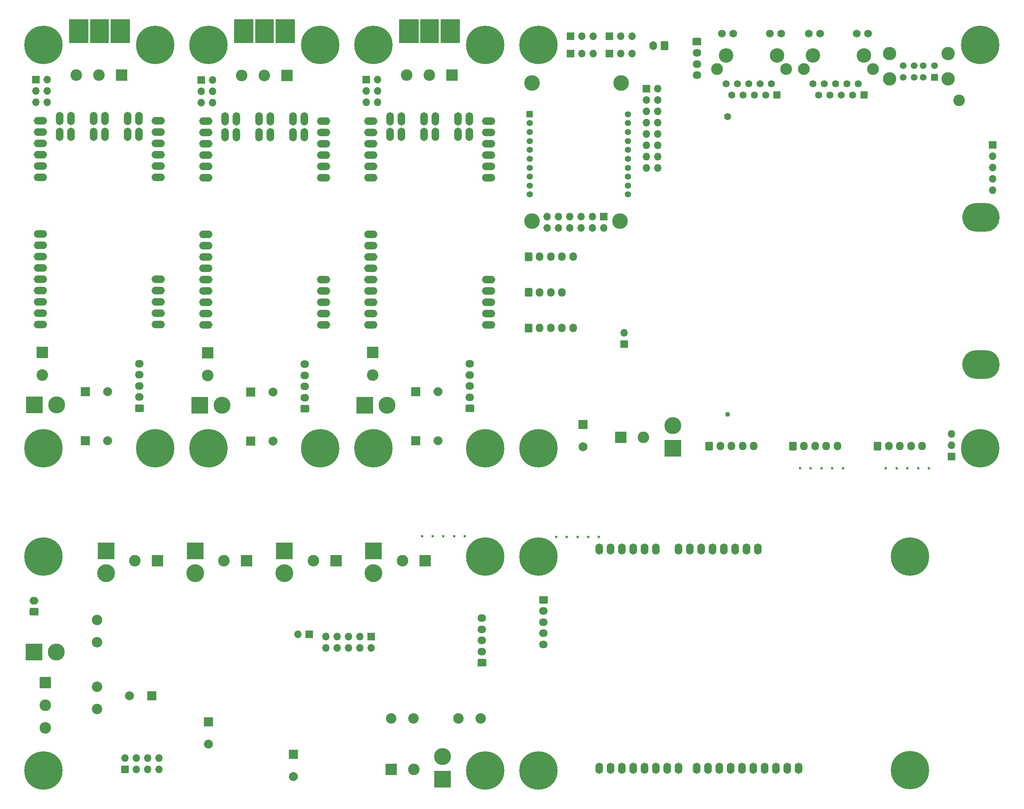
<source format=gbs>
G04 #@! TF.GenerationSoftware,KiCad,Pcbnew,8.0.8+1*
G04 #@! TF.CreationDate,2025-06-19T10:37:59+00:00*
G04 #@! TF.ProjectId,hw-openmower-universal,68772d6f-7065-46e6-9d6f-7765722d756e,rev?*
G04 #@! TF.SameCoordinates,Original*
G04 #@! TF.FileFunction,Soldermask,Bot*
G04 #@! TF.FilePolarity,Negative*
%FSLAX46Y46*%
G04 Gerber Fmt 4.6, Leading zero omitted, Abs format (unit mm)*
G04 Created by KiCad (PCBNEW 8.0.8+1) date 2025-06-19 10:37:59*
%MOMM*%
%LPD*%
G01*
G04 APERTURE LIST*
%ADD10C,0.100000*%
%ADD11R,1.700000X1.700000*%
%ADD12O,1.700000X1.700000*%
%ADD13C,0.600000*%
%ADD14C,0.900000*%
%ADD15C,8.600000*%
%ADD16R,2.000000X2.000000*%
%ADD17C,2.000000*%
%ADD18O,1.700000X2.000000*%
%ADD19R,2.600000X2.600000*%
%ADD20C,2.600000*%
%ADD21O,1.950000X1.700000*%
%ADD22O,1.700000X1.950000*%
%ADD23C,1.412000*%
%ADD24R,3.800000X3.800000*%
%ADD25C,4.000000*%
%ADD26O,1.727200X2.500000*%
%ADD27C,3.800000*%
%ADD28R,1.500000X1.500000*%
%ADD29C,1.500000*%
%ADD30C,3.000000*%
%ADD31O,3.000000X1.700000*%
%ADD32O,1.700000X3.000000*%
%ADD33C,3.250000*%
%ADD34C,1.602000*%
%ADD35C,1.734000*%
%ADD36C,2.649000*%
%ADD37C,2.350000*%
%ADD38C,3.500000*%
%ADD39C,1.600000*%
%ADD40C,1.100000*%
%ADD41O,8.400000X6.400000*%
%ADD42O,2.000000X1.700000*%
G04 APERTURE END LIST*
D10*
X60500000Y-19250000D02*
X64500000Y-19250000D01*
X64500000Y-24500000D01*
X60500000Y-24500000D01*
X60500000Y-19250000D01*
G36*
X60500000Y-19250000D02*
G01*
X64500000Y-19250000D01*
X64500000Y-24500000D01*
X60500000Y-24500000D01*
X60500000Y-19250000D01*
G37*
X92750000Y-19250000D02*
X97000000Y-19250000D01*
X97000000Y-24500000D01*
X92750000Y-24500000D01*
X92750000Y-19250000D01*
G36*
X92750000Y-19250000D02*
G01*
X97000000Y-19250000D01*
X97000000Y-24500000D01*
X92750000Y-24500000D01*
X92750000Y-19250000D01*
G37*
X134500000Y-19250000D02*
X138500000Y-19250000D01*
X138500000Y-24500000D01*
X134500000Y-24500000D01*
X134500000Y-19250000D01*
G36*
X134500000Y-19250000D02*
G01*
X138500000Y-19250000D01*
X138500000Y-24500000D01*
X134500000Y-24500000D01*
X134500000Y-19250000D01*
G37*
X65000000Y-19250000D02*
X69250000Y-19250000D01*
X69250000Y-24500000D01*
X65000000Y-24500000D01*
X65000000Y-19250000D01*
G36*
X65000000Y-19250000D02*
G01*
X69250000Y-19250000D01*
X69250000Y-24500000D01*
X65000000Y-24500000D01*
X65000000Y-19250000D01*
G37*
X102000000Y-19250000D02*
X106250000Y-19250000D01*
X106250000Y-24500000D01*
X102000000Y-24500000D01*
X102000000Y-19250000D01*
G36*
X102000000Y-19250000D02*
G01*
X106250000Y-19250000D01*
X106250000Y-24500000D01*
X102000000Y-24500000D01*
X102000000Y-19250000D01*
G37*
X129750000Y-19250000D02*
X134000000Y-19250000D01*
X134000000Y-24500000D01*
X129750000Y-24500000D01*
X129750000Y-19250000D01*
G36*
X129750000Y-19250000D02*
G01*
X134000000Y-19250000D01*
X134000000Y-24500000D01*
X129750000Y-24500000D01*
X129750000Y-19250000D01*
G37*
X55750000Y-19250000D02*
X60000000Y-19250000D01*
X60000000Y-24500000D01*
X55750000Y-24500000D01*
X55750000Y-19250000D01*
G36*
X55750000Y-19250000D02*
G01*
X60000000Y-19250000D01*
X60000000Y-24500000D01*
X55750000Y-24500000D01*
X55750000Y-19250000D01*
G37*
X97500000Y-19250000D02*
X101500000Y-19250000D01*
X101500000Y-24500000D01*
X97500000Y-24500000D01*
X97500000Y-19250000D01*
G36*
X97500000Y-19250000D02*
G01*
X101500000Y-19250000D01*
X101500000Y-24500000D01*
X97500000Y-24500000D01*
X97500000Y-19250000D01*
G37*
X139000000Y-19250000D02*
X143250000Y-19250000D01*
X143250000Y-24500000D01*
X139000000Y-24500000D01*
X139000000Y-19250000D01*
G36*
X139000000Y-19250000D02*
G01*
X143250000Y-19250000D01*
X143250000Y-24500000D01*
X139000000Y-24500000D01*
X139000000Y-19250000D01*
G37*
D11*
X168200000Y-22987000D03*
D12*
X170740000Y-22987000D03*
X173280000Y-22987000D03*
D13*
X238900000Y-120000000D03*
X241300000Y-120000000D03*
X243700000Y-120000000D03*
X246100000Y-120000000D03*
X248500000Y-120000000D03*
D14*
X145775000Y-187800000D03*
X146719581Y-185519581D03*
X146719581Y-190080419D03*
X149000000Y-184575000D03*
D15*
X149000000Y-187800000D03*
D14*
X149000000Y-191025000D03*
X151280419Y-185519581D03*
X151280419Y-190080419D03*
X152225000Y-187800000D03*
D16*
X96462323Y-102850000D03*
D17*
X101462323Y-102850000D03*
D16*
X133467323Y-102795000D03*
D17*
X138467323Y-102795000D03*
G36*
G01*
X190080000Y-24396000D02*
X190080000Y-25896000D01*
G75*
G02*
X189830000Y-26146000I-250000J0D01*
G01*
X188630000Y-26146000D01*
G75*
G02*
X188380000Y-25896000I0J250000D01*
G01*
X188380000Y-24396000D01*
G75*
G02*
X188630000Y-24146000I250000J0D01*
G01*
X189830000Y-24146000D01*
G75*
G02*
X190080000Y-24396000I0J-250000D01*
G01*
G37*
D18*
X186730000Y-25146000D03*
D19*
X123780000Y-94000000D03*
D20*
X123780000Y-99080000D03*
D14*
X157775000Y-115500000D03*
X158719581Y-113219581D03*
X158719581Y-117780419D03*
X161000000Y-112275000D03*
D15*
X161000000Y-115500000D03*
D14*
X161000000Y-118725000D03*
X163280419Y-113219581D03*
X163280419Y-117780419D03*
X164225000Y-115500000D03*
G36*
G01*
X195775000Y-23400000D02*
X197225000Y-23400000D01*
G75*
G02*
X197475000Y-23650000I0J-250000D01*
G01*
X197475000Y-24850000D01*
G75*
G02*
X197225000Y-25100000I-250000J0D01*
G01*
X195775000Y-25100000D01*
G75*
G02*
X195525000Y-24850000I0J250000D01*
G01*
X195525000Y-23650000D01*
G75*
G02*
X195775000Y-23400000I250000J0D01*
G01*
G37*
D21*
X196500000Y-26750000D03*
X196500000Y-29250000D03*
X196500000Y-31750000D03*
D11*
X168200000Y-26924000D03*
D12*
X170740000Y-26924000D03*
X173280000Y-26924000D03*
D11*
X176900000Y-22987000D03*
D12*
X179440000Y-22987000D03*
X181980000Y-22987000D03*
D14*
X46775000Y-25000000D03*
X47719581Y-22719581D03*
X47719581Y-27280419D03*
X50000000Y-21775000D03*
D15*
X50000000Y-25000000D03*
D14*
X50000000Y-28225000D03*
X52280419Y-22719581D03*
X52280419Y-27280419D03*
X53225000Y-25000000D03*
D11*
X85380000Y-32825000D03*
D12*
X87920000Y-32825000D03*
X85380000Y-35365000D03*
X87920000Y-35365000D03*
X85380000Y-37905000D03*
X87920000Y-37905000D03*
D11*
X253619000Y-117348000D03*
D12*
X253619000Y-114808000D03*
X253619000Y-112268000D03*
D11*
X123480000Y-157750000D03*
D12*
X123480000Y-160290000D03*
X120940000Y-157750000D03*
X120940000Y-160290000D03*
X118400000Y-157750000D03*
X118400000Y-160290000D03*
X115860000Y-157750000D03*
X115860000Y-160290000D03*
X113320000Y-157750000D03*
X113320000Y-160290000D03*
D19*
X75545000Y-140695000D03*
D20*
X70465000Y-140695000D03*
G36*
G01*
X157900000Y-89225000D02*
X157900000Y-87775000D01*
G75*
G02*
X158150000Y-87525000I250000J0D01*
G01*
X159350000Y-87525000D01*
G75*
G02*
X159600000Y-87775000I0J-250000D01*
G01*
X159600000Y-89225000D01*
G75*
G02*
X159350000Y-89475000I-250000J0D01*
G01*
X158150000Y-89475000D01*
G75*
G02*
X157900000Y-89225000I0J250000D01*
G01*
G37*
D22*
X161250000Y-88500000D03*
X163750000Y-88500000D03*
X166250000Y-88500000D03*
X168750000Y-88500000D03*
G36*
G01*
X158290100Y-41139800D02*
X158290100Y-39931800D01*
G75*
G02*
X158392100Y-39829800I102000J0D01*
G01*
X159600100Y-39829800D01*
G75*
G02*
X159702100Y-39931800I0J-102000D01*
G01*
X159702100Y-41139800D01*
G75*
G02*
X159600100Y-41241800I-102000J0D01*
G01*
X158392100Y-41241800D01*
G75*
G02*
X158290100Y-41139800I0J102000D01*
G01*
G37*
D23*
X158996100Y-42535800D03*
X158996100Y-44535800D03*
X158996100Y-46535800D03*
X158996100Y-48535800D03*
X158996100Y-50535800D03*
X158996100Y-52535800D03*
X158996100Y-54535800D03*
X158996100Y-56535800D03*
X158996100Y-58535800D03*
X181003400Y-58535800D03*
X181003400Y-56535800D03*
X181003400Y-54535800D03*
X181003400Y-52535800D03*
X181003400Y-50535800D03*
X181003400Y-48535800D03*
X181003400Y-46535800D03*
X181003400Y-44535800D03*
X181003400Y-42535800D03*
X181003400Y-40535800D03*
D14*
X157775000Y-187800000D03*
X158719581Y-185519581D03*
X158719581Y-190080419D03*
X161000000Y-184575000D03*
D15*
X161000000Y-187800000D03*
D14*
X161000000Y-191025000D03*
X163280419Y-185519581D03*
X163280419Y-190080419D03*
X164225000Y-187800000D03*
D24*
X104000000Y-138500000D03*
D25*
X104000000Y-143500000D03*
D26*
X210137500Y-138057500D03*
X202517500Y-138057500D03*
X199977500Y-138057500D03*
X187277500Y-138057500D03*
X184737500Y-138057500D03*
X182197500Y-138057500D03*
X179657500Y-138057500D03*
X177117500Y-138057500D03*
X174577500Y-138057500D03*
X214201500Y-187317500D03*
X174577500Y-187317500D03*
X177117500Y-187317500D03*
X179657500Y-187317500D03*
X182197501Y-187317500D03*
X184737500Y-187317500D03*
X187277500Y-187317500D03*
X189817500Y-187317500D03*
X192357499Y-187317500D03*
X196421499Y-187317500D03*
X198961500Y-187317500D03*
X201501500Y-187317500D03*
X204041500Y-187317500D03*
X206581500Y-187317500D03*
X209121501Y-187317500D03*
X211661500Y-187317500D03*
X197437500Y-138057500D03*
X194897500Y-138057500D03*
X207597500Y-138057500D03*
X205057500Y-138057500D03*
X219281499Y-187317500D03*
X216741500Y-187317500D03*
X192357500Y-138057500D03*
D16*
X170942000Y-110109000D03*
D17*
X170942000Y-115109000D03*
D24*
X47850000Y-161200000D03*
D27*
X52850000Y-161200000D03*
D14*
X83775000Y-115500000D03*
X84719581Y-113219581D03*
X84719581Y-117780419D03*
X87000000Y-112275000D03*
D15*
X87000000Y-115500000D03*
D14*
X87000000Y-118725000D03*
X89280419Y-113219581D03*
X89280419Y-117780419D03*
X90225000Y-115500000D03*
D19*
X95545000Y-140695000D03*
D20*
X90465000Y-140695000D03*
D28*
X249750000Y-32250000D03*
D29*
X247250000Y-32250000D03*
X245250000Y-32250000D03*
X242750000Y-32250000D03*
X249750000Y-29630000D03*
X247250000Y-29630000D03*
X245250000Y-29630000D03*
X242750000Y-29630000D03*
D30*
X252820000Y-32600000D03*
X252820000Y-26920000D03*
X239680000Y-32600000D03*
X239680000Y-26920000D03*
D14*
X83775000Y-25000000D03*
X84719581Y-22719581D03*
X84719581Y-27280419D03*
X87000000Y-21775000D03*
D15*
X87000000Y-25000000D03*
D14*
X87000000Y-28225000D03*
X89280419Y-22719581D03*
X89280419Y-27280419D03*
X90225000Y-25000000D03*
D31*
X123395000Y-85220000D03*
X123395000Y-82680000D03*
X123395000Y-77600000D03*
X123395000Y-75060000D03*
X123395000Y-72520000D03*
X123395000Y-80140000D03*
X123395000Y-49660000D03*
X149795000Y-49660000D03*
X123395000Y-47120000D03*
X149795000Y-47120000D03*
X123395000Y-69980000D03*
X149795000Y-87760000D03*
X149795000Y-85220000D03*
X149795000Y-82680000D03*
X149795000Y-80140000D03*
X123395000Y-87760000D03*
X149795000Y-77600000D03*
X123395000Y-67440000D03*
X123395000Y-44580000D03*
X149795000Y-44580000D03*
X123395000Y-42040000D03*
X149795000Y-42040000D03*
D32*
X142945000Y-45080000D03*
X145485000Y-45080000D03*
X142945000Y-41540000D03*
X145485000Y-41540000D03*
X135325000Y-45080000D03*
X137865000Y-45080000D03*
X135325000Y-41540000D03*
X137865000Y-41540000D03*
D31*
X123395000Y-54740000D03*
X149795000Y-54740000D03*
X123395000Y-52200000D03*
X149795000Y-52200000D03*
D32*
X127705000Y-45080000D03*
X130245000Y-45080000D03*
X127705000Y-41540000D03*
X130245000Y-41540000D03*
D11*
X176900000Y-26924000D03*
D12*
X179440000Y-26924000D03*
X181980000Y-26924000D03*
D14*
X71775000Y-115500000D03*
X72719581Y-113219581D03*
X72719581Y-117780419D03*
X75000000Y-112275000D03*
D15*
X75000000Y-115500000D03*
D14*
X75000000Y-118725000D03*
X77280419Y-113219581D03*
X77280419Y-117780419D03*
X78225000Y-115500000D03*
X108775000Y-25000000D03*
X109719581Y-22719581D03*
X109719581Y-27280419D03*
X112000000Y-21775000D03*
D15*
X112000000Y-25000000D03*
D14*
X112000000Y-28225000D03*
X114280419Y-22719581D03*
X114280419Y-27280419D03*
X115225000Y-25000000D03*
D19*
X104580000Y-31805000D03*
D20*
X99500000Y-31805000D03*
X94420000Y-31805000D03*
D14*
X108775000Y-115500000D03*
X109719581Y-113219581D03*
X109719581Y-117780419D03*
X112000000Y-112275000D03*
D15*
X112000000Y-115500000D03*
D14*
X112000000Y-118725000D03*
X114280419Y-113219581D03*
X114280419Y-117780419D03*
X115225000Y-115500000D03*
X120775000Y-25000000D03*
X121719581Y-22719581D03*
X121719581Y-27280419D03*
X124000000Y-21775000D03*
D15*
X124000000Y-25000000D03*
D14*
X124000000Y-28225000D03*
X126280419Y-22719581D03*
X126280419Y-27280419D03*
X127225000Y-25000000D03*
X145775000Y-139800000D03*
X146719581Y-137519581D03*
X146719581Y-142080419D03*
X149000000Y-136575000D03*
D15*
X149000000Y-139800000D03*
D14*
X149000000Y-143025000D03*
X151280419Y-137519581D03*
X151280419Y-142080419D03*
X152225000Y-139800000D03*
G36*
G01*
X146310000Y-107395000D02*
X144860000Y-107395000D01*
G75*
G02*
X144610000Y-107145000I0J250000D01*
G01*
X144610000Y-105945000D01*
G75*
G02*
X144860000Y-105695000I250000J0D01*
G01*
X146310000Y-105695000D01*
G75*
G02*
X146560000Y-105945000I0J-250000D01*
G01*
X146560000Y-107145000D01*
G75*
G02*
X146310000Y-107395000I-250000J0D01*
G01*
G37*
D21*
X145585000Y-104045000D03*
X145585000Y-101545000D03*
X145585000Y-99045000D03*
X145585000Y-96545000D03*
G36*
G01*
X157900000Y-73225000D02*
X157900000Y-71775000D01*
G75*
G02*
X158150000Y-71525000I250000J0D01*
G01*
X159350000Y-71525000D01*
G75*
G02*
X159600000Y-71775000I0J-250000D01*
G01*
X159600000Y-73225000D01*
G75*
G02*
X159350000Y-73475000I-250000J0D01*
G01*
X158150000Y-73475000D01*
G75*
G02*
X157900000Y-73225000I0J250000D01*
G01*
G37*
D22*
X161250000Y-72500000D03*
X163750000Y-72500000D03*
X166250000Y-72500000D03*
X168750000Y-72500000D03*
D14*
X157775000Y-25000000D03*
X158719581Y-22719581D03*
X158719581Y-27280419D03*
X161000000Y-21775000D03*
D15*
X161000000Y-25000000D03*
D14*
X161000000Y-28225000D03*
X163280419Y-22719581D03*
X163280419Y-27280419D03*
X164225000Y-25000000D03*
G36*
G01*
X72225000Y-107350000D02*
X70775000Y-107350000D01*
G75*
G02*
X70525000Y-107100000I0J250000D01*
G01*
X70525000Y-105900000D01*
G75*
G02*
X70775000Y-105650000I250000J0D01*
G01*
X72225000Y-105650000D01*
G75*
G02*
X72475000Y-105900000I0J-250000D01*
G01*
X72475000Y-107100000D01*
G75*
G02*
X72225000Y-107350000I-250000J0D01*
G01*
G37*
D21*
X71500000Y-104000000D03*
X71500000Y-101500000D03*
X71500000Y-99000000D03*
X71500000Y-96500000D03*
D19*
X127920000Y-187500000D03*
D20*
X133000000Y-187500000D03*
G36*
G01*
X217150000Y-115725000D02*
X217150000Y-114275000D01*
G75*
G02*
X217400000Y-114025000I250000J0D01*
G01*
X218600000Y-114025000D01*
G75*
G02*
X218850000Y-114275000I0J-250000D01*
G01*
X218850000Y-115725000D01*
G75*
G02*
X218600000Y-115975000I-250000J0D01*
G01*
X217400000Y-115975000D01*
G75*
G02*
X217150000Y-115725000I0J250000D01*
G01*
G37*
D22*
X220500000Y-115000000D03*
X223000000Y-115000000D03*
X225500000Y-115000000D03*
X228000000Y-115000000D03*
D24*
X84000000Y-138500000D03*
D25*
X84000000Y-143500000D03*
D19*
X135545000Y-140695000D03*
D20*
X130465000Y-140695000D03*
D24*
X84980000Y-105850000D03*
D27*
X89980000Y-105850000D03*
D24*
X191135000Y-115443000D03*
D27*
X191135000Y-110443000D03*
D13*
X174550000Y-135350000D03*
X172150000Y-135350000D03*
X169750000Y-135350000D03*
X167350000Y-135350000D03*
X164950000Y-135350000D03*
D14*
X241050000Y-187730419D03*
X241994581Y-185450000D03*
X241994581Y-190010838D03*
X244275000Y-184505419D03*
D15*
X244275000Y-187730419D03*
D14*
X244275000Y-190955419D03*
X246555419Y-185450000D03*
X246555419Y-190010838D03*
X247500000Y-187730419D03*
D24*
X47900000Y-105750000D03*
D27*
X52900000Y-105750000D03*
D19*
X50400000Y-168021000D03*
D20*
X50400000Y-173101000D03*
X50400000Y-178181000D03*
G36*
G01*
X198400000Y-115725000D02*
X198400000Y-114275000D01*
G75*
G02*
X198650000Y-114025000I250000J0D01*
G01*
X199850000Y-114025000D01*
G75*
G02*
X200100000Y-114275000I0J-250000D01*
G01*
X200100000Y-115725000D01*
G75*
G02*
X199850000Y-115975000I-250000J0D01*
G01*
X198650000Y-115975000D01*
G75*
G02*
X198400000Y-115725000I0J250000D01*
G01*
G37*
D22*
X201750000Y-115000000D03*
X204250000Y-115000000D03*
X206750000Y-115000000D03*
X209250000Y-115000000D03*
D33*
X222535000Y-27305000D03*
X233965000Y-27305000D03*
G36*
G01*
X233169000Y-36894000D02*
X233169000Y-35496000D01*
G75*
G02*
X233271000Y-35394000I102000J0D01*
G01*
X234669000Y-35394000D01*
G75*
G02*
X234771000Y-35496000I0J-102000D01*
G01*
X234771000Y-36894000D01*
G75*
G02*
X234669000Y-36996000I-102000J0D01*
G01*
X233271000Y-36996000D01*
G75*
G02*
X233169000Y-36894000I0J102000D01*
G01*
G37*
D34*
X232690000Y-33655000D03*
X231430000Y-36195000D03*
X230150000Y-33655000D03*
X228890000Y-36195000D03*
X227610000Y-33655000D03*
X226350000Y-36195000D03*
X225070000Y-33655000D03*
X223810000Y-36195000D03*
X222530000Y-33655000D03*
D35*
X234875000Y-22405000D03*
X232335000Y-22405000D03*
X224165000Y-22405000D03*
X221625000Y-22405000D03*
D36*
X235995000Y-30355000D03*
X220505000Y-30355000D03*
D14*
X256775000Y-25000000D03*
X257719581Y-22719581D03*
X257719581Y-27280419D03*
X260000000Y-21775000D03*
D15*
X260000000Y-25000000D03*
D14*
X260000000Y-28225000D03*
X262280419Y-22719581D03*
X262280419Y-27280419D03*
X263225000Y-25000000D03*
G36*
G01*
X236150000Y-115725000D02*
X236150000Y-114275000D01*
G75*
G02*
X236400000Y-114025000I250000J0D01*
G01*
X237600000Y-114025000D01*
G75*
G02*
X237850000Y-114275000I0J-250000D01*
G01*
X237850000Y-115725000D01*
G75*
G02*
X237600000Y-115975000I-250000J0D01*
G01*
X236400000Y-115975000D01*
G75*
G02*
X236150000Y-115725000I0J250000D01*
G01*
G37*
D22*
X239500000Y-115000000D03*
X242000000Y-115000000D03*
X244500000Y-115000000D03*
X247000000Y-115000000D03*
D16*
X96462323Y-113850000D03*
D17*
X101462323Y-113850000D03*
D14*
X145775000Y-115500000D03*
X146719581Y-113219581D03*
X146719581Y-117780419D03*
X149000000Y-112275000D03*
D15*
X149000000Y-115500000D03*
D14*
X149000000Y-118725000D03*
X151280419Y-113219581D03*
X151280419Y-117780419D03*
X152225000Y-115500000D03*
D11*
X262800000Y-47425000D03*
D12*
X262800000Y-49965000D03*
X262800000Y-52505000D03*
X262800000Y-55045000D03*
X262800000Y-57585000D03*
D11*
X122385000Y-32770000D03*
D12*
X124925000Y-32770000D03*
X122385000Y-35310000D03*
X124925000Y-35310000D03*
X122385000Y-37850000D03*
X124925000Y-37850000D03*
D14*
X241025000Y-139800000D03*
X241969581Y-137519581D03*
X241969581Y-142080419D03*
X244250000Y-136575000D03*
D15*
X244250000Y-139800000D03*
D14*
X244250000Y-143025000D03*
X246530419Y-137519581D03*
X246530419Y-142080419D03*
X247475000Y-139800000D03*
D16*
X59382323Y-102750000D03*
D17*
X64382323Y-102750000D03*
D24*
X64000000Y-138500000D03*
D25*
X64000000Y-143500000D03*
D19*
X179451000Y-113030000D03*
D20*
X184531000Y-113030000D03*
D11*
X68224400Y-187502800D03*
D12*
X68224400Y-184962800D03*
X70764400Y-187502800D03*
X70764400Y-184962800D03*
X73304400Y-187502800D03*
X73304400Y-184962800D03*
X75844400Y-187502800D03*
X75844400Y-184962800D03*
G36*
G01*
X157900000Y-81225000D02*
X157900000Y-79775000D01*
G75*
G02*
X158150000Y-79525000I250000J0D01*
G01*
X159350000Y-79525000D01*
G75*
G02*
X159600000Y-79775000I0J-250000D01*
G01*
X159600000Y-81225000D01*
G75*
G02*
X159350000Y-81475000I-250000J0D01*
G01*
X158150000Y-81475000D01*
G75*
G02*
X157900000Y-81225000I0J250000D01*
G01*
G37*
D22*
X161250000Y-80500000D03*
X163750000Y-80500000D03*
X166250000Y-80500000D03*
D14*
X46775000Y-139800000D03*
X47719581Y-137519581D03*
X47719581Y-142080419D03*
X50000000Y-136575000D03*
D15*
X50000000Y-139800000D03*
D14*
X50000000Y-143025000D03*
X52280419Y-137519581D03*
X52280419Y-142080419D03*
X53225000Y-139800000D03*
D24*
X139465000Y-189695000D03*
D27*
X139465000Y-184695000D03*
D31*
X86390000Y-85275000D03*
X86390000Y-82735000D03*
X86390000Y-77655000D03*
X86390000Y-75115000D03*
X86390000Y-72575000D03*
X86390000Y-80195000D03*
X86390000Y-49715000D03*
X112790000Y-49715000D03*
X86390000Y-47175000D03*
X112790000Y-47175000D03*
X86390000Y-70035000D03*
X112790000Y-87815000D03*
X112790000Y-85275000D03*
X112790000Y-82735000D03*
X112790000Y-80195000D03*
X86390000Y-87815000D03*
X112790000Y-77655000D03*
X86390000Y-67495000D03*
X86390000Y-44635000D03*
X112790000Y-44635000D03*
X86390000Y-42095000D03*
X112790000Y-42095000D03*
D32*
X105940000Y-45135000D03*
X108480000Y-45135000D03*
X105940000Y-41595000D03*
X108480000Y-41595000D03*
X98320000Y-45135000D03*
X100860000Y-45135000D03*
X98320000Y-41595000D03*
X100860000Y-41595000D03*
D31*
X86390000Y-54795000D03*
X112790000Y-54795000D03*
X86390000Y-52255000D03*
X112790000Y-52255000D03*
D32*
X90700000Y-45135000D03*
X93240000Y-45135000D03*
X90700000Y-41595000D03*
X93240000Y-41595000D03*
D16*
X87000000Y-176882323D03*
D17*
X87000000Y-181882323D03*
G36*
G01*
X149025000Y-164450000D02*
X147575000Y-164450000D01*
G75*
G02*
X147325000Y-164200000I0J250000D01*
G01*
X147325000Y-163000000D01*
G75*
G02*
X147575000Y-162750000I250000J0D01*
G01*
X149025000Y-162750000D01*
G75*
G02*
X149275000Y-163000000I0J-250000D01*
G01*
X149275000Y-164200000D01*
G75*
G02*
X149025000Y-164450000I-250000J0D01*
G01*
G37*
D21*
X148300000Y-161100000D03*
X148300000Y-158600000D03*
X148300000Y-156100000D03*
X148300000Y-153600000D03*
D16*
X59382323Y-113750000D03*
D17*
X64382323Y-113750000D03*
D33*
X203035000Y-27305000D03*
X214465000Y-27305000D03*
G36*
G01*
X213669000Y-36894000D02*
X213669000Y-35496000D01*
G75*
G02*
X213771000Y-35394000I102000J0D01*
G01*
X215169000Y-35394000D01*
G75*
G02*
X215271000Y-35496000I0J-102000D01*
G01*
X215271000Y-36894000D01*
G75*
G02*
X215169000Y-36996000I-102000J0D01*
G01*
X213771000Y-36996000D01*
G75*
G02*
X213669000Y-36894000I0J102000D01*
G01*
G37*
D34*
X213190000Y-33655000D03*
X211930000Y-36195000D03*
X210650000Y-33655000D03*
X209390000Y-36195000D03*
X208110000Y-33655000D03*
X206850000Y-36195000D03*
X205570000Y-33655000D03*
X204310000Y-36195000D03*
X203030000Y-33655000D03*
D35*
X215375000Y-22405000D03*
X212835000Y-22405000D03*
X204665000Y-22405000D03*
X202125000Y-22405000D03*
D36*
X216495000Y-30355000D03*
X201005000Y-30355000D03*
D11*
X185160000Y-34820000D03*
D12*
X187700000Y-34820000D03*
X185160000Y-37360000D03*
X187700000Y-37360000D03*
X185160000Y-39900000D03*
X187700000Y-39900000D03*
X185160000Y-42440000D03*
X187700000Y-42440000D03*
X185160000Y-44980000D03*
X187700000Y-44980000D03*
X185160000Y-47520000D03*
X187700000Y-47520000D03*
X185160000Y-50060000D03*
X187700000Y-50060000D03*
X185160000Y-52600000D03*
X187700000Y-52600000D03*
D19*
X86775000Y-94055000D03*
D20*
X86775000Y-99135000D03*
G36*
G01*
X161375000Y-148650000D02*
X162825000Y-148650000D01*
G75*
G02*
X163075000Y-148900000I0J-250000D01*
G01*
X163075000Y-150100000D01*
G75*
G02*
X162825000Y-150350000I-250000J0D01*
G01*
X161375000Y-150350000D01*
G75*
G02*
X161125000Y-150100000I0J250000D01*
G01*
X161125000Y-148900000D01*
G75*
G02*
X161375000Y-148650000I250000J0D01*
G01*
G37*
D21*
X162100000Y-152000000D03*
X162100000Y-154500000D03*
X162100000Y-157000000D03*
X162100000Y-159500000D03*
G36*
G01*
X109305000Y-107450000D02*
X107855000Y-107450000D01*
G75*
G02*
X107605000Y-107200000I0J250000D01*
G01*
X107605000Y-106000000D01*
G75*
G02*
X107855000Y-105750000I250000J0D01*
G01*
X109305000Y-105750000D01*
G75*
G02*
X109555000Y-106000000I0J-250000D01*
G01*
X109555000Y-107200000D01*
G75*
G02*
X109305000Y-107450000I-250000J0D01*
G01*
G37*
X108580000Y-104100000D03*
X108580000Y-101600000D03*
X108580000Y-99100000D03*
X108580000Y-96600000D03*
D24*
X121985000Y-105795000D03*
D27*
X126985000Y-105795000D03*
D19*
X49695000Y-93955000D03*
D20*
X49695000Y-99035000D03*
D31*
X49310000Y-85175000D03*
X49310000Y-82635000D03*
X49310000Y-77555000D03*
X49310000Y-75015000D03*
X49310000Y-72475000D03*
X49310000Y-80095000D03*
X49310000Y-49615000D03*
X75710000Y-49615000D03*
X49310000Y-47075000D03*
X75710000Y-47075000D03*
X49310000Y-69935000D03*
X75710000Y-87715000D03*
X75710000Y-85175000D03*
X75710000Y-82635000D03*
X75710000Y-80095000D03*
X49310000Y-87715000D03*
X75710000Y-77555000D03*
X49310000Y-67395000D03*
X49310000Y-44535000D03*
X75710000Y-44535000D03*
X49310000Y-41995000D03*
X75710000Y-41995000D03*
D32*
X68860000Y-45035000D03*
X71400000Y-45035000D03*
X68860000Y-41495000D03*
X71400000Y-41495000D03*
X61240000Y-45035000D03*
X63780000Y-45035000D03*
X61240000Y-41495000D03*
X63780000Y-41495000D03*
D31*
X49310000Y-54695000D03*
X75710000Y-54695000D03*
X49310000Y-52155000D03*
X75710000Y-52155000D03*
D32*
X53620000Y-45035000D03*
X56160000Y-45035000D03*
X53620000Y-41495000D03*
X56160000Y-41495000D03*
D11*
X109600000Y-157200000D03*
D12*
X107060000Y-157200000D03*
D19*
X115545000Y-140695000D03*
D20*
X110465000Y-140695000D03*
D37*
X62000000Y-173975000D03*
X62000000Y-168975000D03*
X62000000Y-158975000D03*
X62000000Y-153975000D03*
D11*
X180200000Y-92075000D03*
D12*
X180200000Y-89535000D03*
D14*
X145775000Y-25000000D03*
X146719581Y-22719581D03*
X146719581Y-27280419D03*
X149000000Y-21775000D03*
D15*
X149000000Y-25000000D03*
D14*
X149000000Y-28225000D03*
X151280419Y-22719581D03*
X151280419Y-27280419D03*
X152225000Y-25000000D03*
X256775000Y-115500000D03*
X257719581Y-113219581D03*
X257719581Y-117780419D03*
X260000000Y-112275000D03*
D15*
X260000000Y-115500000D03*
D14*
X260000000Y-118725000D03*
X262280419Y-113219581D03*
X262280419Y-117780419D03*
X263225000Y-115500000D03*
D13*
X134850000Y-135200000D03*
X137250000Y-135200000D03*
X139650000Y-135200000D03*
X142050000Y-135200000D03*
X144450000Y-135200000D03*
D14*
X71775000Y-25000000D03*
X72719581Y-22719581D03*
X72719581Y-27280419D03*
X75000000Y-21775000D03*
D15*
X75000000Y-25000000D03*
D14*
X75000000Y-28225000D03*
X77280419Y-22719581D03*
X77280419Y-27280419D03*
X78225000Y-25000000D03*
D16*
X106000000Y-184132323D03*
D17*
X106000000Y-189132323D03*
D38*
X159500000Y-33500000D03*
X159500000Y-64500000D03*
X179250000Y-64500000D03*
X179499999Y-33500000D03*
D11*
X175600000Y-63480000D03*
D12*
X173060000Y-63480000D03*
X170520000Y-63480000D03*
X167980000Y-63480000D03*
X165440000Y-63480000D03*
X162900000Y-63480000D03*
X175599999Y-66020000D03*
X173060000Y-66020000D03*
X170520000Y-66020000D03*
X167980000Y-66020000D03*
X165440000Y-66020001D03*
X162900000Y-66020000D03*
D16*
X74250000Y-171000000D03*
D17*
X69250000Y-171000000D03*
D39*
X203420000Y-41047000D03*
D40*
X203420000Y-107847000D03*
D41*
X260220000Y-63647000D03*
X260220000Y-96647000D03*
D16*
X133467323Y-113795000D03*
D17*
X138467323Y-113795000D03*
D14*
X46775000Y-187800000D03*
X47719581Y-185519581D03*
X47719581Y-190080419D03*
X50000000Y-184575000D03*
D15*
X50000000Y-187800000D03*
D14*
X50000000Y-191025000D03*
X52280419Y-185519581D03*
X52280419Y-190080419D03*
X53225000Y-187800000D03*
G36*
G01*
X48625000Y-153000000D02*
X47125000Y-153000000D01*
G75*
G02*
X46875000Y-152750000I0J250000D01*
G01*
X46875000Y-151550000D01*
G75*
G02*
X47125000Y-151300000I250000J0D01*
G01*
X48625000Y-151300000D01*
G75*
G02*
X48875000Y-151550000I0J-250000D01*
G01*
X48875000Y-152750000D01*
G75*
G02*
X48625000Y-153000000I-250000J0D01*
G01*
G37*
D42*
X47875000Y-149650000D03*
D20*
X255300000Y-37400000D03*
D37*
X147975000Y-176100000D03*
X142975000Y-176100000D03*
X132975000Y-176100000D03*
X127975000Y-176100000D03*
D11*
X48300000Y-32725000D03*
D12*
X50840000Y-32725000D03*
X48300000Y-35265000D03*
X50840000Y-35265000D03*
X48300000Y-37805000D03*
X50840000Y-37805000D03*
D19*
X141585000Y-31750000D03*
D20*
X136505000Y-31750000D03*
X131425000Y-31750000D03*
D14*
X120775000Y-115500000D03*
X121719581Y-113219581D03*
X121719581Y-117780419D03*
X124000000Y-112275000D03*
D15*
X124000000Y-115500000D03*
D14*
X124000000Y-118725000D03*
X126280419Y-113219581D03*
X126280419Y-117780419D03*
X127225000Y-115500000D03*
D19*
X67500000Y-31750000D03*
D20*
X62420000Y-31750000D03*
X57340000Y-31750000D03*
D14*
X46775000Y-115500000D03*
X47719581Y-113219581D03*
X47719581Y-117780419D03*
X50000000Y-112275000D03*
D15*
X50000000Y-115500000D03*
D14*
X50000000Y-118725000D03*
X52280419Y-113219581D03*
X52280419Y-117780419D03*
X53225000Y-115500000D03*
D24*
X124000000Y-138500000D03*
D25*
X124000000Y-143500000D03*
D14*
X157775000Y-139800000D03*
X158719581Y-137519581D03*
X158719581Y-142080419D03*
X161000000Y-136575000D03*
D15*
X161000000Y-139800000D03*
D14*
X161000000Y-143025000D03*
X163280419Y-137519581D03*
X163280419Y-142080419D03*
X164225000Y-139800000D03*
D13*
X219650000Y-120000000D03*
X222050000Y-120000000D03*
X224450000Y-120000000D03*
X226850000Y-120000000D03*
X229250000Y-120000000D03*
M02*

</source>
